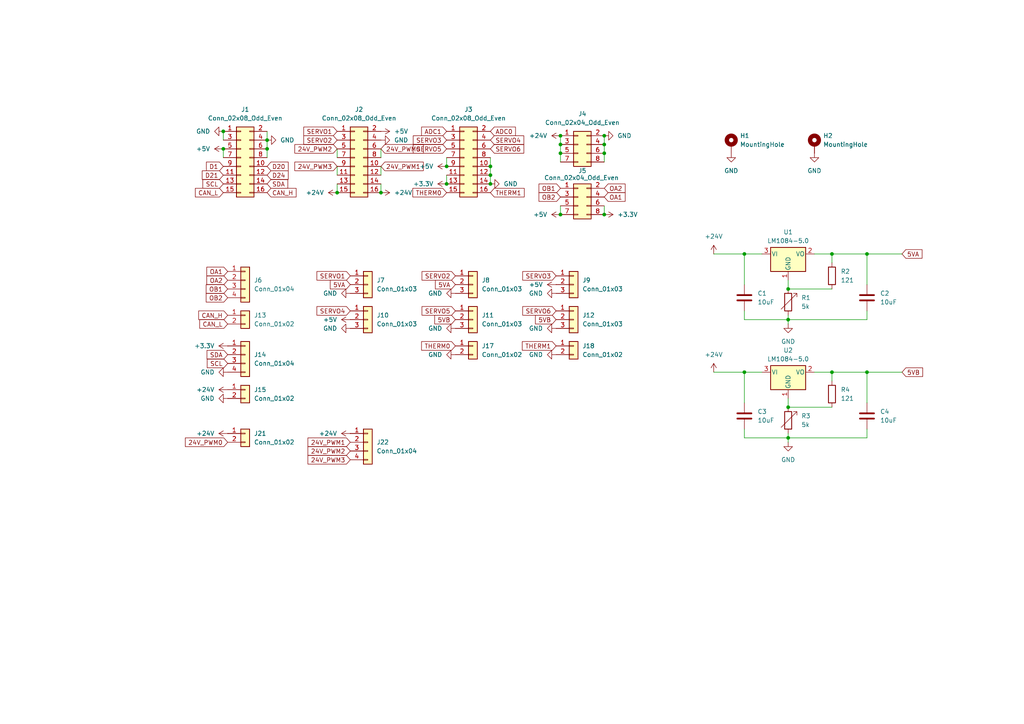
<source format=kicad_sch>
(kicad_sch (version 20231120) (generator "eeschema") (generator_version "8.0")
  (paper "A4")
  (lib_symbols
    (symbol "+3.3V_1" (power) (pin_numbers hide) (pin_names (offset 0) hide)
      (property "Value" "+3.3V" (at 0 3.556 0))
      (symbol "+3.3V_1_0_1"
        (polyline (pts (xy -0.762 1.27) (xy 0 2.54)))
        (polyline (pts (xy 0 0) (xy 0 2.54)))
        (polyline (pts (xy 0 2.54) (xy 0.762 1.27)))
      )
      (symbol "+3.3V_1_1_1"
        (pin power_in line (at 0 0 90) (length 0) (name "~") (number "1"))
      )
    )
    (symbol "Connector_Generic:Conn_01x02" (pin_names (offset 1.016) hide)
      (property "Reference" "J" (at 0 2.54 0))
      (property "Value" "Conn_01x02" (at 0 -5.08 0))
      (symbol "Conn_01x02_1_1"
        (rectangle (start -1.27 -2.413) (end 0 -2.667) (stroke (width 0.1524)))
        (rectangle (start -1.27 0.127) (end 0 -0.127) (stroke (width 0.1524)))
        (rectangle (start -1.27 1.27) (end 1.27 -3.81) (stroke (width 0.254)) (fill (type background)))
        (pin passive line (at -5.08 0 0) (length 3.81) (name "Pin_1") (number "1"))
        (pin passive line (at -5.08 -2.54 0) (length 3.81) (name "Pin_2") (number "2"))
      )
    )
    (symbol "Connector_Generic:Conn_01x03" (pin_names (offset 1.016) hide)
      (property "Reference" "J" (at 0 5.08 0))
      (property "Value" "Conn_01x03" (at 0 -5.08 0))
      (symbol "Conn_01x03_1_1"
        (rectangle (start -1.27 -2.413) (end 0 -2.667) (stroke (width 0.1524)))
        (rectangle (start -1.27 0.127) (end 0 -0.127) (stroke (width 0.1524)))
        (rectangle (start -1.27 2.667) (end 0 2.413) (stroke (width 0.1524)))
        (rectangle (start -1.27 3.81) (end 1.27 -3.81) (stroke (width 0.254)) (fill (type background)))
        (pin passive line (at -5.08 2.54 0) (length 3.81) (name "Pin_1") (number "1"))
        (pin passive line (at -5.08 0 0) (length 3.81) (name "Pin_2") (number "2"))
        (pin passive line (at -5.08 -2.54 0) (length 3.81) (name "Pin_3") (number "3"))
      )
    )
    (symbol "Connector_Generic:Conn_01x04" (pin_names (offset 1.016) hide)
      (property "Reference" "J" (at 0 5.08 0))
      (property "Value" "Conn_01x04" (at 0 -7.62 0))
      (symbol "Conn_01x04_1_1"
        (rectangle (start -1.27 -4.953) (end 0 -5.207) (stroke (width 0.1524)))
        (rectangle (start -1.27 -2.413) (end 0 -2.667) (stroke (width 0.1524)))
        (rectangle (start -1.27 0.127) (end 0 -0.127) (stroke (width 0.1524)))
        (rectangle (start -1.27 2.667) (end 0 2.413) (stroke (width 0.1524)))
        (rectangle (start -1.27 3.81) (end 1.27 -6.35) (stroke (width 0.254)) (fill (type background)))
        (pin passive line (at -5.08 2.54 0) (length 3.81) (name "Pin_1") (number "1"))
        (pin passive line (at -5.08 0 0) (length 3.81) (name "Pin_2") (number "2"))
        (pin passive line (at -5.08 -2.54 0) (length 3.81) (name "Pin_3") (number "3"))
        (pin passive line (at -5.08 -5.08 0) (length 3.81) (name "Pin_4") (number "4"))
      )
    )
    (symbol "Connector_Generic:Conn_02x04_Odd_Even" (pin_names (offset 1.016) hide)
      (property "Reference" "J" (at 1.27 5.08 0))
      (property "Value" "Conn_02x04_Odd_Even" (at 1.27 -7.62 0))
      (symbol "Conn_02x04_Odd_Even_1_1"
        (rectangle (start -1.27 -4.953) (end 0 -5.207) (stroke (width 0.1524)))
        (rectangle (start -1.27 -2.413) (end 0 -2.667) (stroke (width 0.1524)))
        (rectangle (start -1.27 0.127) (end 0 -0.127) (stroke (width 0.1524)))
        (rectangle (start -1.27 2.667) (end 0 2.413) (stroke (width 0.1524)))
        (rectangle (start -1.27 3.81) (end 3.81 -6.35) (stroke (width 0.254)) (fill (type background)))
        (rectangle (start 3.81 -4.953) (end 2.54 -5.207) (stroke (width 0.1524)))
        (rectangle (start 3.81 -2.413) (end 2.54 -2.667) (stroke (width 0.1524)))
        (rectangle (start 3.81 0.127) (end 2.54 -0.127) (stroke (width 0.1524)))
        (rectangle (start 3.81 2.667) (end 2.54 2.413) (stroke (width 0.1524)))
        (pin passive line (at -5.08 2.54 0) (length 3.81) (name "Pin_1") (number "1"))
        (pin passive line (at 7.62 2.54 180) (length 3.81) (name "Pin_2") (number "2"))
        (pin passive line (at -5.08 0 0) (length 3.81) (name "Pin_3") (number "3"))
        (pin passive line (at 7.62 0 180) (length 3.81) (name "Pin_4") (number "4"))
        (pin passive line (at -5.08 -2.54 0) (length 3.81) (name "Pin_5") (number "5"))
        (pin passive line (at 7.62 -2.54 180) (length 3.81) (name "Pin_6") (number "6"))
        (pin passive line (at -5.08 -5.08 0) (length 3.81) (name "Pin_7") (number "7"))
        (pin passive line (at 7.62 -5.08 180) (length 3.81) (name "Pin_8") (number "8"))
      )
    )
    (symbol "Connector_Generic:Conn_02x08_Odd_Even" (pin_names (offset 1.016) hide)
      (property "Reference" "J" (at 1.27 10.16 0))
      (property "Value" "Conn_02x08_Odd_Even" (at 1.27 -12.7 0))
      (symbol "Conn_02x08_Odd_Even_1_1"
        (rectangle (start -1.27 -10.033) (end 0 -10.287) (stroke (width 0.1524)))
        (rectangle (start -1.27 -7.493) (end 0 -7.747) (stroke (width 0.1524)))
        (rectangle (start -1.27 -4.953) (end 0 -5.207) (stroke (width 0.1524)))
        (rectangle (start -1.27 -2.413) (end 0 -2.667) (stroke (width 0.1524)))
        (rectangle (start -1.27 0.127) (end 0 -0.127) (stroke (width 0.1524)))
        (rectangle (start -1.27 2.667) (end 0 2.413) (stroke (width 0.1524)))
        (rectangle (start -1.27 5.207) (end 0 4.953) (stroke (width 0.1524)))
        (rectangle (start -1.27 7.747) (end 0 7.493) (stroke (width 0.1524)))
        (rectangle (start -1.27 8.89) (end 3.81 -11.43) (stroke (width 0.254)) (fill (type background)))
        (rectangle (start 3.81 -10.033) (end 2.54 -10.287) (stroke (width 0.1524)))
        (rectangle (start 3.81 -7.493) (end 2.54 -7.747) (stroke (width 0.1524)))
        (rectangle (start 3.81 -4.953) (end 2.54 -5.207) (stroke (width 0.1524)))
        (rectangle (start 3.81 -2.413) (end 2.54 -2.667) (stroke (width 0.1524)))
        (rectangle (start 3.81 0.127) (end 2.54 -0.127) (stroke (width 0.1524)))
        (rectangle (start 3.81 2.667) (end 2.54 2.413) (stroke (width 0.1524)))
        (rectangle (start 3.81 5.207) (end 2.54 4.953) (stroke (width 0.1524)))
        (rectangle (start 3.81 7.747) (end 2.54 7.493) (stroke (width 0.1524)))
        (pin passive line (at -5.08 7.62 0) (length 3.81) (name "Pin_1") (number "1"))
        (pin passive line (at 7.62 -2.54 180) (length 3.81) (name "Pin_10") (number "10"))
        (pin passive line (at -5.08 -5.08 0) (length 3.81) (name "Pin_11") (number "11"))
        (pin passive line (at 7.62 -5.08 180) (length 3.81) (name "Pin_12") (number "12"))
        (pin passive line (at -5.08 -7.62 0) (length 3.81) (name "Pin_13") (number "13"))
        (pin passive line (at 7.62 -7.62 180) (length 3.81) (name "Pin_14") (number "14"))
        (pin passive line (at -5.08 -10.16 0) (length 3.81) (name "Pin_15") (number "15"))
        (pin passive line (at 7.62 -10.16 180) (length 3.81) (name "Pin_16") (number "16"))
        (pin passive line (at 7.62 7.62 180) (length 3.81) (name "Pin_2") (number "2"))
        (pin passive line (at -5.08 5.08 0) (length 3.81) (name "Pin_3") (number "3"))
        (pin passive line (at 7.62 5.08 180) (length 3.81) (name "Pin_4") (number "4"))
        (pin passive line (at -5.08 2.54 0) (length 3.81) (name "Pin_5") (number "5"))
        (pin passive line (at 7.62 2.54 180) (length 3.81) (name "Pin_6") (number "6"))
        (pin passive line (at -5.08 0 0) (length 3.81) (name "Pin_7") (number "7"))
        (pin passive line (at 7.62 0 180) (length 3.81) (name "Pin_8") (number "8"))
        (pin passive line (at -5.08 -2.54 0) (length 3.81) (name "Pin_9") (number "9"))
      )
    )
    (symbol "Device:C" (pin_numbers hide) (pin_names (offset 0.254))
      (property "Reference" "C" (at 0.635 2.54 0))
      (property "Value" "C" (at 0.635 -2.54 0))
      (symbol "C_0_1"
        (polyline (pts (xy -2.032 -0.762) (xy 2.032 -0.762)) (stroke (width 0.508)))
        (polyline (pts (xy -2.032 0.762) (xy 2.032 0.762)) (stroke (width 0.508)))
      )
      (symbol "C_1_1"
        (pin passive line (at 0 3.81 270) (length 2.794) (name "~") (number "1"))
        (pin passive line (at 0 -3.81 90) (length 2.794) (name "~") (number "2"))
      )
    )
    (symbol "Device:R" (pin_numbers hide) (pin_names (offset 0))
      (property "Reference" "R" (at 2.032 0 90))
      (property "Value" "R" (at 0 0 90))
      (symbol "R_0_1"
        (rectangle (start -1.016 -2.54) (end 1.016 2.54) (stroke (width 0.254)))
      )
      (symbol "R_1_1"
        (pin passive line (at 0 3.81 270) (length 1.27) (name "~") (number "1"))
        (pin passive line (at 0 -3.81 90) (length 1.27) (name "~") (number "2"))
      )
    )
    (symbol "Device:R_Variable" (pin_numbers hide) (pin_names (offset 0))
      (property "Reference" "R" (at 2.54 -2.54 90))
      (property "Value" "R_Variable" (at -2.54 -1.27 90))
      (symbol "R_Variable_0_1"
        (rectangle (start -1.016 -2.54) (end 1.016 2.54) (stroke (width 0.254)))
        (polyline (pts (xy 2.54 1.524) (xy 2.54 2.54) (xy 1.524 2.54) (xy 2.54 2.54) (xy -2.032 -2.032)))
      )
      (symbol "R_Variable_1_1"
        (pin passive line (at 0 3.81 270) (length 1.27) (name "~") (number "1"))
        (pin passive line (at 0 -3.81 90) (length 1.27) (name "~") (number "2"))
      )
    )
    (symbol "GND_1" (power) (pin_numbers hide) (pin_names (offset 0) hide)
      (property "Value" "GND" (at 0 -3.81 0))
      (symbol "GND_1_0_1"
        (polyline (pts (xy 0 0) (xy 0 -1.27) (xy 1.27 -1.27) (xy 0 -2.54) (xy -1.27 -1.27) (xy 0 -1.27)))
      )
      (symbol "GND_1_1_1"
        (pin power_in line (at 0 0 270) (length 0) (name "~") (number "1"))
      )
    )
    (symbol "Mechanical:MountingHole_Pad" (pin_numbers hide) (pin_names (offset 1.016) hide)
      (property "Reference" "H" (at 0 6.35 0))
      (property "Value" "MountingHole_Pad" (at 0 4.445 0))
      (symbol "MountingHole_Pad_0_1"
        (circle (center 0 1.27) (radius 1.27) (stroke (width 1.27)))
      )
      (symbol "MountingHole_Pad_1_1"
        (pin input line (at 0 -2.54 90) (length 2.54) (name "1") (number "1"))
      )
    )
    (symbol "Regulator_Linear:LM1084-5.0" (pin_names (offset 0.254))
      (property "Reference" "U" (at -3.81 3.175 0))
      (property "Value" "LM1084-5.0" (at 0 3.175 0))
      (symbol "LM1084-5.0_0_1"
        (rectangle (start -5.08 1.905) (end 5.08 -5.08) (stroke (width 0.254)) (fill (type background)))
      )
      (symbol "LM1084-5.0_1_1"
        (pin power_in line (at 0 -7.62 90) (length 2.54) (name "GND") (number "1"))
        (pin power_out line (at 7.62 0 180) (length 2.54) (name "VO") (number "2"))
        (pin power_in line (at -7.62 0 0) (length 2.54) (name "VI") (number "3"))
      )
    )
    (symbol "power:+24V" (power) (pin_numbers hide) (pin_names (offset 0) hide)
      (property "Value" "+24V" (at 0 3.556 0))
      (symbol "+24V_0_1"
        (polyline (pts (xy -0.762 1.27) (xy 0 2.54)))
        (polyline (pts (xy 0 0) (xy 0 2.54)))
        (polyline (pts (xy 0 2.54) (xy 0.762 1.27)))
      )
      (symbol "+24V_1_1"
        (pin power_in line (at 0 0 90) (length 0) (name "~") (number "1"))
      )
    )
    (symbol "power:+5V" (power) (pin_numbers hide) (pin_names (offset 0) hide)
      (property "Value" "+5V" (at 0 3.556 0))
      (symbol "+5V_0_1"
        (polyline (pts (xy -0.762 1.27) (xy 0 2.54)))
        (polyline (pts (xy 0 0) (xy 0 2.54)))
        (polyline (pts (xy 0 2.54) (xy 0.762 1.27)))
      )
      (symbol "+5V_1_1"
        (pin power_in line (at 0 0 90) (length 0) (name "~") (number "1"))
      )
    )
    (symbol "power:GND" (power) (pin_names (offset 0))
      (property "Value" "GND" (at 0 -3.81 0))
      (symbol "GND_0_1"
        (polyline (pts (xy 0 0) (xy 0 -1.27) (xy 1.27 -1.27) (xy 0 -2.54) (xy -1.27 -1.27) (xy 0 -1.27)))
      )
      (symbol "GND_1_1"
        (pin power_in line (at 0 0 270) (length 0) hide (name "GND") (number "1"))
      )
    )
  )
  (junction (at 215.9 73.66))
  (junction (at 64.77 43.18))
  (junction (at 228.6 92.71))
  (junction (at 142.24 48.26))
  (junction (at 129.54 48.26))
  (junction (at 251.46 73.66))
  (junction (at 175.26 39.37))
  (junction (at 228.6 118.11))
  (junction (at 241.3 107.95))
  (junction (at 77.47 43.18))
  (junction (at 175.26 62.23))
  (junction (at 142.24 53.34))
  (junction (at 77.47 40.64))
  (junction (at 142.24 50.8))
  (junction (at 110.49 55.88))
  (junction (at 175.26 41.91))
  (junction (at 175.26 44.45))
  (junction (at 162.56 44.45))
  (junction (at 228.6 83.82))
  (junction (at 162.56 39.37))
  (junction (at 162.56 62.23))
  (junction (at 129.54 53.34))
  (junction (at 241.3 73.66))
  (junction (at 215.9 107.95))
  (junction (at 64.77 38.1))
  (junction (at 97.79 55.88))
  (junction (at 162.56 41.91))
  (junction (at 251.46 107.95))
  (junction (at 228.6 127))
  (wire (pts (xy 215.9 124.46) (xy 215.9 127)))
  (wire (pts (xy 241.3 107.95) (xy 251.46 107.95)))
  (wire (pts (xy 175.26 44.45) (xy 175.26 46.99)))
  (wire (pts (xy 97.79 53.34) (xy 97.79 55.88)))
  (wire (pts (xy 215.9 107.95) (xy 220.98 107.95)))
  (wire (pts (xy 251.46 73.66) (xy 261.62 73.66)))
  (wire (pts (xy 162.56 59.69) (xy 162.56 62.23)))
  (wire (pts (xy 228.6 118.11) (xy 241.3 118.11)))
  (wire (pts (xy 228.6 81.28) (xy 228.6 83.82)))
  (wire (pts (xy 215.9 73.66) (xy 220.98 73.66)))
  (wire (pts (xy 228.6 91.44) (xy 228.6 92.71)))
  (wire (pts (xy 97.79 43.18) (xy 97.79 45.72)))
  (wire (pts (xy 110.49 53.34) (xy 110.49 55.88)))
  (wire (pts (xy 241.3 73.66) (xy 241.3 76.2)))
  (wire (pts (xy 97.79 48.26) (xy 97.79 50.8)))
  (wire (pts (xy 215.9 92.71) (xy 228.6 92.71)))
  (wire (pts (xy 110.49 48.26) (xy 110.49 50.8)))
  (wire (pts (xy 175.26 59.69) (xy 175.26 62.23)))
  (wire (pts (xy 215.9 73.66) (xy 215.9 82.55)))
  (wire (pts (xy 175.26 41.91) (xy 175.26 44.45)))
  (wire (pts (xy 215.9 127) (xy 228.6 127)))
  (wire (pts (xy 77.47 38.1) (xy 77.47 40.64)))
  (wire (pts (xy 207.01 73.66) (xy 215.9 73.66)))
  (wire (pts (xy 251.46 127) (xy 228.6 127)))
  (wire (pts (xy 228.6 125.73) (xy 228.6 127)))
  (wire (pts (xy 215.9 90.17) (xy 215.9 92.71)))
  (wire (pts (xy 251.46 90.17) (xy 251.46 92.71)))
  (wire (pts (xy 64.77 43.18) (xy 64.77 45.72)))
  (wire (pts (xy 241.3 107.95) (xy 241.3 110.49)))
  (wire (pts (xy 142.24 50.8) (xy 142.24 53.34)))
  (wire (pts (xy 129.54 50.8) (xy 129.54 53.34)))
  (wire (pts (xy 251.46 116.84) (xy 251.46 107.95)))
  (wire (pts (xy 241.3 73.66) (xy 236.22 73.66)))
  (wire (pts (xy 162.56 44.45) (xy 162.56 46.99)))
  (wire (pts (xy 142.24 45.72) (xy 142.24 48.26)))
  (wire (pts (xy 162.56 39.37) (xy 162.56 41.91)))
  (wire (pts (xy 228.6 83.82) (xy 241.3 83.82)))
  (wire (pts (xy 162.56 41.91) (xy 162.56 44.45)))
  (wire (pts (xy 129.54 45.72) (xy 129.54 48.26)))
  (wire (pts (xy 251.46 107.95) (xy 261.62 107.95)))
  (wire (pts (xy 77.47 43.18) (xy 77.47 45.72)))
  (wire (pts (xy 64.77 38.1) (xy 64.77 40.64)))
  (wire (pts (xy 175.26 39.37) (xy 175.26 41.91)))
  (wire (pts (xy 241.3 73.66) (xy 251.46 73.66)))
  (wire (pts (xy 215.9 107.95) (xy 215.9 116.84)))
  (wire (pts (xy 228.6 92.71) (xy 228.6 93.98)))
  (wire (pts (xy 241.3 107.95) (xy 236.22 107.95)))
  (wire (pts (xy 251.46 92.71) (xy 228.6 92.71)))
  (wire (pts (xy 110.49 43.18) (xy 110.49 45.72)))
  (wire (pts (xy 142.24 48.26) (xy 142.24 50.8)))
  (wire (pts (xy 207.01 107.95) (xy 215.9 107.95)))
  (wire (pts (xy 228.6 127) (xy 228.6 128.27)))
  (wire (pts (xy 77.47 40.64) (xy 77.47 43.18)))
  (wire (pts (xy 228.6 115.57) (xy 228.6 118.11)))
  (wire (pts (xy 251.46 82.55) (xy 251.46 73.66)))
  (wire (pts (xy 251.46 124.46) (xy 251.46 127)))
  (global_label "SERVO1" (shape input) (at 101.6 80.01 180) (property "Intersheetrefs" "${INTERSHEET_REFS}" (effects (hide yes))))
  (global_label "OB1" (shape input) (at 66.04 83.82 180) (property "Intersheetrefs" "${INTERSHEET_REFS}" (effects (hide yes))))
  (global_label "SCL" (shape input) (at 64.77 53.34 180) (property "Intersheetrefs" "${INTERSHEET_REFS}" (effects (hide yes))))
  (global_label "SDA" (shape input) (at 77.47 53.34 0) (property "Intersheetrefs" "${INTERSHEET_REFS}" (effects (hide yes))))
  (global_label "SERVO6" (shape input) (at 142.24 43.18 0) (property "Intersheetrefs" "${INTERSHEET_REFS}" (effects (hide yes))))
  (global_label "OB2" (shape input) (at 162.56 57.15 180) (property "Intersheetrefs" "${INTERSHEET_REFS}" (effects (hide yes))))
  (global_label "SERVO1" (shape input) (at 97.79 38.1 180) (property "Intersheetrefs" "${INTERSHEET_REFS}" (effects (hide yes))))
  (global_label "5VB" (shape input) (at 132.08 92.71 180) (property "Intersheetrefs" "${INTERSHEET_REFS}" (effects (hide yes))))
  (global_label "CAN_L" (shape input) (at 64.77 55.88 180) (property "Intersheetrefs" "${INTERSHEET_REFS}" (effects (hide yes))))
  (global_label "5VA" (shape input) (at 261.62 73.66 0) (property "Intersheetrefs" "${INTERSHEET_REFS}" (effects (hide yes))))
  (global_label "ADC1" (shape input) (at 129.54 38.1 180) (property "Intersheetrefs" "${INTERSHEET_REFS}" (effects (hide yes))))
  (global_label "OB1" (shape input) (at 162.56 54.61 180) (property "Intersheetrefs" "${INTERSHEET_REFS}" (effects (hide yes))))
  (global_label "24V_PWM3" (shape input) (at 101.6 133.35 180) (property "Intersheetrefs" "${INTERSHEET_REFS}" (effects (hide yes))))
  (global_label "SERVO5" (shape input) (at 132.08 90.17 180) (property "Intersheetrefs" "${INTERSHEET_REFS}" (effects (hide yes))))
  (global_label "SERVO4" (shape input) (at 101.6 90.17 180) (property "Intersheetrefs" "${INTERSHEET_REFS}" (effects (hide yes))))
  (global_label "CAN_L" (shape input) (at 66.04 93.98 180) (property "Intersheetrefs" "${INTERSHEET_REFS}" (effects (hide yes))))
  (global_label "ADC0" (shape input) (at 142.24 38.1 0) (property "Intersheetrefs" "${INTERSHEET_REFS}" (effects (hide yes))))
  (global_label "D21" (shape input) (at 64.77 50.8 180) (property "Intersheetrefs" "${INTERSHEET_REFS}" (effects (hide yes))))
  (global_label "24V_PWM1" (shape input) (at 101.6 128.27 180) (property "Intersheetrefs" "${INTERSHEET_REFS}" (effects (hide yes))))
  (global_label "SDA" (shape input) (at 66.04 102.87 180) (property "Intersheetrefs" "${INTERSHEET_REFS}" (effects (hide yes))))
  (global_label "THERM0" (shape input) (at 129.54 55.88 180) (property "Intersheetrefs" "${INTERSHEET_REFS}" (effects (hide yes))))
  (global_label "THERM1" (shape input) (at 142.24 55.88 0) (property "Intersheetrefs" "${INTERSHEET_REFS}" (effects (hide yes))))
  (global_label "SERVO2" (shape input) (at 97.79 40.64 180) (property "Intersheetrefs" "${INTERSHEET_REFS}" (effects (hide yes))))
  (global_label "24V_PWM2" (shape input) (at 101.6 130.81 180) (property "Intersheetrefs" "${INTERSHEET_REFS}" (effects (hide yes))))
  (global_label "OB2" (shape input) (at 66.04 86.36 180) (property "Intersheetrefs" "${INTERSHEET_REFS}" (effects (hide yes))))
  (global_label "SCL" (shape input) (at 66.04 105.41 180) (property "Intersheetrefs" "${INTERSHEET_REFS}" (effects (hide yes))))
  (global_label "D24" (shape input) (at 77.47 50.8 0) (property "Intersheetrefs" "${INTERSHEET_REFS}" (effects (hide yes))))
  (global_label "OA2" (shape input) (at 175.26 54.61 0) (property "Intersheetrefs" "${INTERSHEET_REFS}" (effects (hide yes))))
  (global_label "OA2" (shape input) (at 66.04 81.28 180) (property "Intersheetrefs" "${INTERSHEET_REFS}" (effects (hide yes))))
  (global_label "THERM1" (shape input) (at 161.29 100.33 180) (property "Intersheetrefs" "${INTERSHEET_REFS}" (effects (hide yes))))
  (global_label "24V_PWM0" (shape input) (at 66.04 128.27 180) (property "Intersheetrefs" "${INTERSHEET_REFS}" (effects (hide yes))))
  (global_label "D1" (shape input) (at 64.77 48.26 180) (property "Intersheetrefs" "${INTERSHEET_REFS}" (effects (hide yes))))
  (global_label "5VB" (shape input) (at 261.62 107.95 0) (property "Intersheetrefs" "${INTERSHEET_REFS}" (effects (hide yes))))
  (global_label "SERVO6" (shape input) (at 161.29 90.17 180) (property "Intersheetrefs" "${INTERSHEET_REFS}" (effects (hide yes))))
  (global_label "24V_PWM3" (shape input) (at 97.79 48.26 180) (property "Intersheetrefs" "${INTERSHEET_REFS}" (effects (hide yes))))
  (global_label "24V_PWM2" (shape input) (at 97.79 43.18 180) (property "Intersheetrefs" "${INTERSHEET_REFS}" (effects (hide yes))))
  (global_label "SERVO3" (shape input) (at 129.54 40.64 180) (property "Intersheetrefs" "${INTERSHEET_REFS}" (effects (hide yes))))
  (global_label "SERVO4" (shape input) (at 142.24 40.64 0) (property "Intersheetrefs" "${INTERSHEET_REFS}" (effects (hide yes))))
  (global_label "OA1" (shape input) (at 175.26 57.15 0) (property "Intersheetrefs" "${INTERSHEET_REFS}" (effects (hide yes))))
  (global_label "SERVO3" (shape input) (at 161.29 80.01 180) (property "Intersheetrefs" "${INTERSHEET_REFS}" (effects (hide yes))))
  (global_label "CAN_H" (shape input) (at 77.47 55.88 0) (property "Intersheetrefs" "${INTERSHEET_REFS}" (effects (hide yes))))
  (global_label "24V_PWM0" (shape input) (at 110.49 43.18 0) (property "Intersheetrefs" "${INTERSHEET_REFS}" (effects (hide yes))))
  (global_label "OA1" (shape input) (at 66.04 78.74 180) (property "Intersheetrefs" "${INTERSHEET_REFS}" (effects (hide yes))))
  (global_label "CAN_H" (shape input) (at 66.04 91.44 180) (property "Intersheetrefs" "${INTERSHEET_REFS}" (effects (hide yes))))
  (global_label "5VA" (shape input) (at 132.08 82.55 180) (property "Intersheetrefs" "${INTERSHEET_REFS}" (effects (hide yes))))
  (global_label "THERM0" (shape input) (at 132.08 100.33 180) (property "Intersheetrefs" "${INTERSHEET_REFS}" (effects (hide yes))))
  (global_label "SERVO2" (shape input) (at 132.08 80.01 180) (property "Intersheetrefs" "${INTERSHEET_REFS}" (effects (hide yes))))
  (global_label "SERVO5" (shape input) (at 129.54 43.18 180) (property "Intersheetrefs" "${INTERSHEET_REFS}" (effects (hide yes))))
  (global_label "24V_PWM1" (shape input) (at 110.49 48.26 0) (property "Intersheetrefs" "${INTERSHEET_REFS}" (effects (hide yes))))
  (global_label "D20" (shape input) (at 77.47 48.26 0) (property "Intersheetrefs" "${INTERSHEET_REFS}" (effects (hide yes))))
  (global_label "5VA" (shape input) (at 101.6 82.55 180) (property "Intersheetrefs" "${INTERSHEET_REFS}" (effects (hide yes))))
  (global_label "5VB" (shape input) (at 161.29 92.71 180) (property "Intersheetrefs" "${INTERSHEET_REFS}" (effects (hide yes))))
  (symbol (lib_id "power:GND") (at 132.08 102.87 270) (unit 1)
    (property "Reference" "#PWR035" (effects (hide yes)))
    (property "Value" "GND" (at 128.27 102.8699 90) (effects (justify right)))
  )
  (symbol (lib_id "Connector_Generic:Conn_02x04_Odd_Even") (at 167.64 41.91 0) (unit 1)
    (property "Reference" "J4" (at 168.91 33.02 0))
    (property "Value" "Conn_02x04_Odd_Even" (at 168.91 35.56 0))
    (property "Footprint" "Connector_PinHeader_2.54mm:PinHeader_2x04_P2.54mm_Vertical" (effects (hide yes)))
    (property "Description" "Generic connector, double row, 02x04, odd/even pin numbering scheme (row 1 odd numbers, row 2 even numbers), script generated (kicad-library-utils/schlib/autogen/connector/)" (effects (hide yes)))
  )
  (symbol (lib_id "power:GND") (at 77.47 40.64 90) (unit 1)
    (property "Reference" "#PWR03" (effects (hide yes)))
    (property "Value" "GND" (at 81.28 40.6399 90) (effects (justify right)))
  )
  (symbol (lib_id "Connector_Generic:Conn_01x02") (at 71.12 125.73 0) (unit 1)
    (property "Reference" "J21" (at 73.66 125.7299 0) (effects (justify left)))
    (property "Value" "Conn_01x02" (at 73.66 128.2699 0) (effects (justify left)))
    (property "Footprint" "Connector_AMASS:AMASS_XT30U-F_1x02_P5.0mm_Vertical" (effects (hide yes)))
    (property "Description" "Generic connector, single row, 01x02, script generated (kicad-library-utils/schlib/autogen/connector/)" (effects (hide yes)))
  )
  (symbol (lib_id "Device:C") (at 251.46 120.65 0) (unit 1)
    (property "Reference" "C4" (at 255.27 119.3799 0) (effects (justify left)))
    (property "Value" "10uF" (at 255.27 121.9199 0) (effects (justify left)))
    (property "Footprint" "Capacitor_SMD:C_0805_2012Metric_Pad1.18x1.45mm_HandSolder" (effects (hide yes)))
    (property "Description" "Unpolarized capacitor" (effects (hide yes)))
  )
  (symbol (lib_id "Device:C") (at 251.46 86.36 0) (unit 1)
    (property "Reference" "C2" (at 255.27 85.0899 0) (effects (justify left)))
    (property "Value" "10uF" (at 255.27 87.6299 0) (effects (justify left)))
    (property "Footprint" "Capacitor_SMD:C_0805_2012Metric_Pad1.18x1.45mm_HandSolder" (effects (hide yes)))
    (property "Description" "Unpolarized capacitor" (effects (hide yes)))
  )
  (symbol (lib_id "Device:C") (at 215.9 120.65 0) (unit 1)
    (property "Reference" "C3" (at 219.71 119.3799 0) (effects (justify left)))
    (property "Value" "10uF" (at 219.71 121.9199 0) (effects (justify left)))
    (property "Footprint" "Capacitor_SMD:C_0805_2012Metric_Pad1.18x1.45mm_HandSolder" (effects (hide yes)))
    (property "Description" "Unpolarized capacitor" (effects (hide yes)))
  )
  (symbol (lib_id "Connector_Generic:Conn_02x08_Odd_Even") (at 69.85 45.72 0) (unit 1)
    (property "Reference" "J1" (at 71.12 31.75 0))
    (property "Value" "Conn_02x08_Odd_Even" (at 71.12 34.29 0))
    (property "Footprint" "Connector_PinHeader_2.54mm:PinHeader_2x08_P2.54mm_Vertical" (effects (hide yes)))
    (property "Description" "Generic connector, double row, 02x08, odd/even pin numbering scheme (row 1 odd numbers, row 2 even numbers), script generated (kicad-library-utils/schlib/autogen/connector/)" (effects (hide yes)))
  )
  (symbol (lib_id "power:+5V") (at 162.56 62.23 90) (unit 1)
    (property "Reference" "#PWR012" (effects (hide yes)))
    (property "Value" "+5V" (at 158.75 62.2299 90) (effects (justify left)))
    (property "Description" "Power symbol creates a global label with name \"+5V\"" (effects (hide yes)))
  )
  (symbol (lib_id "power:GND") (at 236.22 44.45 0) (unit 1)
    (property "Reference" "#PWR016" (effects (hide yes)))
    (property "Value" "GND" (at 236.22 49.53 0))
  )
  (symbol (lib_id "Connector_Generic:Conn_02x04_Odd_Even") (at 167.64 57.15 0) (unit 1)
    (property "Reference" "J5" (at 168.91 49.53 0))
    (property "Value" "Conn_02x04_Odd_Even" (at 168.656 51.562 0))
    (property "Footprint" "Connector_PinHeader_2.54mm:PinHeader_2x04_P2.54mm_Vertical" (effects (hide yes)))
    (property "Description" "Generic connector, double row, 02x04, odd/even pin numbering scheme (row 1 odd numbers, row 2 even numbers), script generated (kicad-library-utils/schlib/autogen/connector/)" (effects (hide yes)))
  )
  (symbol (lib_id "Connector_Generic:Conn_01x03") (at 106.68 92.71 0) (unit 1)
    (property "Reference" "J10" (at 109.22 91.4399 0) (effects (justify left)))
    (property "Value" "Conn_01x03" (at 109.22 93.9799 0) (effects (justify left)))
    (property "Footprint" "Connector_PinHeader_2.54mm:PinHeader_1x03_P2.54mm_Vertical" (effects (hide yes)))
    (property "Description" "Generic connector, single row, 01x03, script generated (kicad-library-utils/schlib/autogen/connector/)" (effects (hide yes)))
  )
  (symbol (lib_id "power:+24V") (at 97.79 55.88 90) (unit 1)
    (property "Reference" "#PWR04" (effects (hide yes)))
    (property "Value" "+24V" (at 93.98 55.8801 90) (effects (justify left)))
    (property "Description" "Power symbol creates a global label with name \"+24V\"" (effects (hide yes)))
  )
  (symbol (lib_id "Connector_Generic:Conn_01x04") (at 106.68 128.27 0) (unit 1)
    (property "Reference" "J22" (at 109.22 128.2699 0) (effects (justify left)))
    (property "Value" "Conn_01x04" (at 109.22 130.8099 0) (effects (justify left)))
    (property "Footprint" "Connector_JST:JST_XH_B4B-XH-A_1x04_P2.50mm_Vertical" (effects (hide yes)))
    (property "Description" "Generic connector, single row, 01x04, script generated (kicad-library-utils/schlib/autogen/connector/)" (effects (hide yes)))
  )
  (symbol (lib_id "power:GND") (at 142.24 53.34 90) (unit 1)
    (property "Reference" "#PWR010" (effects (hide yes)))
    (property "Value" "GND" (at 146.05 53.3399 90) (effects (justify right)))
  )
  (symbol (lib_id "power:GND") (at 161.29 102.87 270) (unit 1)
    (property "Reference" "#PWR036" (effects (hide yes)))
    (property "Value" "GND" (at 157.48 102.8699 90) (effects (justify right)))
  )
  (symbol (lib_id "Connector_Generic:Conn_01x02") (at 71.12 91.44 0) (unit 1)
    (property "Reference" "J13" (at 73.66 91.4399 0) (effects (justify left)))
    (property "Value" "Conn_01x02" (at 73.66 93.9799 0) (effects (justify left)))
    (property "Footprint" "Connector_JST:JST_PH_B2B-PH-K_1x02_P2.00mm_Vertical" (effects (hide yes)))
    (property "Description" "Generic connector, single row, 01x02, script generated (kicad-library-utils/schlib/autogen/connector/)" (effects (hide yes)))
  )
  (symbol (lib_id "power:+5V") (at 101.6 92.71 90) (unit 1)
    (property "Reference" "#PWR023" (effects (hide yes)))
    (property "Value" "+5V" (at 97.79 92.7099 90) (effects (justify left)))
    (property "Description" "Power symbol creates a global label with name \"+5V\"" (effects (hide yes)))
  )
  (symbol (lib_id "power:GND") (at 66.04 115.57 270) (unit 1)
    (property "Reference" "#PWR032" (effects (hide yes)))
    (property "Value" "GND" (at 62.23 115.5699 90) (effects (justify right)))
  )
  (symbol (lib_id "Regulator_Linear:LM1084-5.0") (at 228.6 107.95 0) (unit 1)
    (property "Reference" "U2" (at 228.6 101.6 0))
    (property "Value" "LM1084-5.0" (at 228.6 104.14 0))
    (property "Footprint" "Package_TO_SOT_SMD:TO-263-3_TabPin2" (effects (hide yes)))
    (property "Datasheet" "http://www.ti.com/lit/ds/symlink/lm1084.pdf" (effects (hide yes)))
    (property "Description" "5A 27V Linear Regulator, Fixed Output 5.0V, TO-220/TO-263" (effects (hide yes)))
  )
  (symbol (lib_id "power:GND") (at 101.6 95.25 270) (unit 1)
    (property "Reference" "#PWR024" (effects (hide yes)))
    (property "Value" "GND" (at 97.79 95.2499 90) (effects (justify right)))
  )
  (symbol (lib_id "Connector_Generic:Conn_01x02") (at 137.16 100.33 0) (unit 1)
    (property "Reference" "J17" (at 139.7 100.3299 0) (effects (justify left)))
    (property "Value" "Conn_01x02" (at 139.7 102.8699 0) (effects (justify left)))
    (property "Footprint" "Connector_JST:JST_XH_B2B-XH-A_1x02_P2.50mm_Vertical" (effects (hide yes)))
    (property "Description" "Generic connector, single row, 01x02, script generated (kicad-library-utils/schlib/autogen/connector/)" (effects (hide yes)))
  )
  (symbol (lib_id "power:GND") (at 161.29 85.09 270) (unit 1)
    (property "Reference" "#PWR022" (effects (hide yes)))
    (property "Value" "GND" (at 157.48 85.0899 90) (effects (justify right)))
  )
  (symbol (lib_id "power:+5V") (at 161.29 82.55 90) (unit 1)
    (property "Reference" "#PWR021" (effects (hide yes)))
    (property "Value" "+5V" (at 157.48 82.5499 90) (effects (justify left)))
    (property "Description" "Power symbol creates a global label with name \"+5V\"" (effects (hide yes)))
  )
  (symbol (lib_id "Device:R_Variable") (at 228.6 121.92 0) (unit 1)
    (property "Reference" "R3" (at 232.41 120.6499 0) (effects (justify left)))
    (property "Value" "5k" (at 232.41 123.1899 0) (effects (justify left)))
    (property "Footprint" "Potentiometer_SMD:Potentiometer_Bourns_TC33X_Vertical" (effects (hide yes)))
    (property "Description" "Variable resistor" (effects (hide yes)))
  )
  (symbol (lib_id "Regulator_Linear:LM1084-5.0") (at 228.6 73.66 0) (unit 1)
    (property "Reference" "U1" (at 228.6 67.31 0))
    (property "Value" "LM1084-5.0" (at 228.6 69.85 0))
    (property "Footprint" "Package_TO_SOT_SMD:TO-263-3_TabPin2" (effects (hide yes)))
    (property "Datasheet" "http://www.ti.com/lit/ds/symlink/lm1084.pdf" (effects (hide yes)))
    (property "Description" "5A 27V Linear Regulator, Fixed Output 5.0V, TO-220/TO-263" (effects (hide yes)))
  )
  (symbol (lib_id "power:+24V") (at 66.04 113.03 90) (unit 1)
    (property "Reference" "#PWR031" (effects (hide yes)))
    (property "Value" "+24V" (at 62.23 113.0301 90) (effects (justify left)))
    (property "Description" "Power symbol creates a global label with name \"+24V\"" (effects (hide yes)))
  )
  (symbol (lib_id "Connector_Generic:Conn_01x03") (at 166.37 92.71 0) (unit 1)
    (property "Reference" "J12" (at 168.91 91.4399 0) (effects (justify left)))
    (property "Value" "Conn_01x03" (at 168.91 93.9799 0) (effects (justify left)))
    (property "Footprint" "Connector_PinHeader_2.54mm:PinHeader_1x03_P2.54mm_Vertical" (effects (hide yes)))
    (property "Description" "Generic connector, single row, 01x03, script generated (kicad-library-utils/schlib/autogen/connector/)" (effects (hide yes)))
  )
  (symbol (lib_id "Mechanical:MountingHole_Pad") (at 236.22 41.91 0) (unit 1)
    (property "Reference" "H2" (at 238.76 39.3699 0) (effects (justify left)))
    (property "Value" "MountingHole" (at 238.76 41.9099 0) (effects (justify left)))
    (property "Footprint" "MountingHole:MountingHole_3.2mm_M3_DIN965_Pad" (effects (hide yes)))
    (property "Description" "Mounting Hole with connection" (effects (hide yes)))
  )
  (symbol (lib_id "Device:C") (at 215.9 86.36 0) (unit 1)
    (property "Reference" "C1" (at 219.71 85.0899 0) (effects (justify left)))
    (property "Value" "10uF" (at 219.71 87.6299 0) (effects (justify left)))
    (property "Footprint" "Capacitor_SMD:C_0805_2012Metric_Pad1.18x1.45mm_HandSolder" (effects (hide yes)))
    (property "Description" "Unpolarized capacitor" (effects (hide yes)))
  )
  (symbol (lib_id "Connector_Generic:Conn_02x08_Odd_Even") (at 134.62 45.72 0) (unit 1)
    (property "Reference" "J3" (at 135.89 31.75 0))
    (property "Value" "Conn_02x08_Odd_Even" (at 135.89 34.29 0))
    (property "Footprint" "Connector_PinHeader_2.54mm:PinHeader_2x08_P2.54mm_Vertical" (effects (hide yes)))
    (property "Description" "Generic connector, double row, 02x08, odd/even pin numbering scheme (row 1 odd numbers, row 2 even numbers), script generated (kicad-library-utils/schlib/autogen/connector/)" (effects (hide yes)))
  )
  (symbol (lib_id "Mechanical:MountingHole_Pad") (at 212.09 41.91 0) (unit 1)
    (property "Reference" "H1" (at 214.63 39.3699 0) (effects (justify left)))
    (property "Value" "MountingHole" (at 214.63 41.9099 0) (effects (justify left)))
    (property "Footprint" "MountingHole:MountingHole_3.2mm_M3_DIN965_Pad" (effects (hide yes)))
    (property "Description" "Mounting Hole with connection" (effects (hide yes)))
  )
  (symbol (lib_id "power:+24V") (at 162.56 39.37 90) (unit 1)
    (property "Reference" "#PWR011" (effects (hide yes)))
    (property "Value" "+24V" (at 158.75 39.3701 90) (effects (justify left)))
    (property "Description" "Power symbol creates a global label with name \"+24V\"" (effects (hide yes)))
  )
  (symbol (lib_name "GND_1") (lib_id "power:GND") (at 228.6 128.27 0) (unit 1)
    (property "Reference" "#PWR019" (effects (hide yes)))
    (property "Value" "GND" (at 228.6 133.35 0))
    (property "Description" "Power symbol creates a global label with name \"GND\" , ground" (effects (hide yes)))
  )
  (symbol (lib_id "power:GND") (at 132.08 95.25 270) (unit 1)
    (property "Reference" "#PWR026" (effects (hide yes)))
    (property "Value" "GND" (at 128.27 95.2499 90) (effects (justify right)))
  )
  (symbol (lib_id "power:GND") (at 66.04 107.95 270) (unit 1)
    (property "Reference" "#PWR030" (effects (hide yes)))
    (property "Value" "GND" (at 62.23 107.9499 90) (effects (justify right)))
  )
  (symbol (lib_id "Connector_Generic:Conn_01x03") (at 166.37 82.55 0) (unit 1)
    (property "Reference" "J9" (at 168.91 81.2799 0) (effects (justify left)))
    (property "Value" "Conn_01x03" (at 168.91 83.8199 0) (effects (justify left)))
    (property "Footprint" "Connector_PinHeader_2.54mm:PinHeader_1x03_P2.54mm_Vertical" (effects (hide yes)))
    (property "Description" "Generic connector, single row, 01x03, script generated (kicad-library-utils/schlib/autogen/connector/)" (effects (hide yes)))
  )
  (symbol (lib_name "+3.3V_1") (lib_id "power:+3.3V") (at 66.04 100.33 90) (unit 1)
    (property "Reference" "#PWR029" (effects (hide yes)))
    (property "Value" "+3.3V" (at 62.23 100.3299 90) (effects (justify left)))
    (property "Description" "Power symbol creates a global label with name \"+3.3V\"" (effects (hide yes)))
  )
  (symbol (lib_id "Device:R_Variable") (at 228.6 87.63 0) (unit 1)
    (property "Reference" "R1" (at 232.41 86.3599 0) (effects (justify left)))
    (property "Value" "5k" (at 232.41 88.8999 0) (effects (justify left)))
    (property "Footprint" "Potentiometer_SMD:Potentiometer_Bourns_TC33X_Vertical" (effects (hide yes)))
    (property "Description" "Variable resistor" (effects (hide yes)))
  )
  (symbol (lib_id "Connector_Generic:Conn_01x03") (at 137.16 82.55 0) (unit 1)
    (property "Reference" "J8" (at 139.7 81.2799 0) (effects (justify left)))
    (property "Value" "Conn_01x03" (at 139.7 83.8199 0) (effects (justify left)))
    (property "Footprint" "Connector_PinHeader_2.54mm:PinHeader_1x03_P2.54mm_Vertical" (effects (hide yes)))
    (property "Description" "Generic connector, single row, 01x03, script generated (kicad-library-utils/schlib/autogen/connector/)" (effects (hide yes)))
  )
  (symbol (lib_name "GND_1") (lib_id "power:GND") (at 228.6 93.98 0) (unit 1)
    (property "Reference" "#PWR044" (effects (hide yes)))
    (property "Value" "GND" (at 228.6 99.06 0))
    (property "Description" "Power symbol creates a global label with name \"GND\" , ground" (effects (hide yes)))
  )
  (symbol (lib_id "power:+5V") (at 110.49 38.1 270) (unit 1)
    (property "Reference" "#PWR05" (effects (hide yes)))
    (property "Value" "+5V" (at 114.3 38.0999 90) (effects (justify left)))
    (property "Description" "Power symbol creates a global label with name \"+5V\"" (effects (hide yes)))
  )
  (symbol (lib_id "Connector_Generic:Conn_01x03") (at 137.16 92.71 0) (unit 1)
    (property "Reference" "J11" (at 139.7 91.4399 0) (effects (justify left)))
    (property "Value" "Conn_01x03" (at 139.7 93.9799 0) (effects (justify left)))
    (property "Footprint" "Connector_PinHeader_2.54mm:PinHeader_1x03_P2.54mm_Vertical" (effects (hide yes)))
    (property "Description" "Generic connector, single row, 01x03, script generated (kicad-library-utils/schlib/autogen/connector/)" (effects (hide yes)))
  )
  (symbol (lib_id "power:+24V") (at 101.6 125.73 90) (unit 1)
    (property "Reference" "#PWR042" (effects (hide yes)))
    (property "Value" "+24V" (at 97.79 125.7301 90) (effects (justify left)))
    (property "Description" "Power symbol creates a global label with name \"+24V\"" (effects (hide yes)))
  )
  (symbol (lib_id "power:GND") (at 64.77 38.1 270) (unit 1)
    (property "Reference" "#PWR01" (effects (hide yes)))
    (property "Value" "GND" (at 60.96 38.0999 90) (effects (justify right)))
  )
  (symbol (lib_id "Device:R") (at 241.3 80.01 0) (unit 1)
    (property "Reference" "R2" (at 243.84 78.7399 0) (effects (justify left)))
    (property "Value" "121" (at 243.84 81.2799 0) (effects (justify left)))
    (property "Footprint" "Resistor_SMD:R_0805_2012Metric_Pad1.20x1.40mm_HandSolder" (effects (hide yes)))
    (property "Description" "Resistor" (effects (hide yes)))
  )
  (symbol (lib_id "Connector_Generic:Conn_01x02") (at 71.12 113.03 0) (unit 1)
    (property "Reference" "J15" (at 73.66 113.0299 0) (effects (justify left)))
    (property "Value" "Conn_01x02" (at 73.66 115.5699 0) (effects (justify left)))
    (property "Footprint" "Connector_AMASS:AMASS_XT30U-F_1x02_P5.0mm_Vertical" (effects (hide yes)))
    (property "Description" "Generic connector, single row, 01x02, script generated (kicad-library-utils/schlib/autogen/connector/)" (effects (hide yes)))
  )
  (symbol (lib_id "Connector_Generic:Conn_01x03") (at 106.68 82.55 0) (unit 1)
    (property "Reference" "J7" (at 109.22 81.2799 0) (effects (justify left)))
    (property "Value" "Conn_01x03" (at 109.22 83.8199 0) (effects (justify left)))
    (property "Footprint" "Connector_PinHeader_2.54mm:PinHeader_1x03_P2.54mm_Vertical" (effects (hide yes)))
    (property "Description" "Generic connector, single row, 01x03, script generated (kicad-library-utils/schlib/autogen/connector/)" (effects (hide yes)))
  )
  (symbol (lib_id "power:+24V") (at 207.01 107.95 0) (unit 1)
    (property "Reference" "#PWR017" (effects (hide yes)))
    (property "Value" "+24V" (at 207.01 102.87 0))
    (property "Description" "Power symbol creates a global label with name \"+24V\"" (effects (hide yes)))
  )
  (symbol (lib_id "Connector_Generic:Conn_01x04") (at 71.12 102.87 0) (unit 1)
    (property "Reference" "J14" (at 73.66 102.8699 0) (effects (justify left)))
    (property "Value" "Conn_01x04" (at 73.66 105.4099 0) (effects (justify left)))
    (property "Footprint" "Connector_JST:JST_PH_B4B-PH-K_1x04_P2.00mm_Vertical" (effects (hide yes)))
    (property "Description" "Generic connector, single row, 01x04, script generated (kicad-library-utils/schlib/autogen/connector/)" (effects (hide yes)))
  )
  (symbol (lib_id "power:GND") (at 161.29 95.25 270) (unit 1)
    (property "Reference" "#PWR028" (effects (hide yes)))
    (property "Value" "GND" (at 157.48 95.2499 90) (effects (justify right)))
  )
  (symbol (lib_id "power:+24V") (at 207.01 73.66 0) (unit 1)
    (property "Reference" "#PWR043" (effects (hide yes)))
    (property "Value" "+24V" (at 207.01 68.58 0))
    (property "Description" "Power symbol creates a global label with name \"+24V\"" (effects (hide yes)))
  )
  (symbol (lib_id "power:GND") (at 101.6 85.09 270) (unit 1)
    (property "Reference" "#PWR018" (effects (hide yes)))
    (property "Value" "GND" (at 97.79 85.0899 90) (effects (justify right)))
  )
  (symbol (lib_name "+3.3V_1") (lib_id "power:+3.3V") (at 175.26 62.23 270) (unit 1)
    (property "Reference" "#PWR014" (effects (hide yes)))
    (property "Value" "+3.3V" (at 179.07 62.2299 90) (effects (justify left)))
    (property "Description" "Power symbol creates a global label with name \"+3.3V\"" (effects (hide yes)))
  )
  (symbol (lib_id "power:GND") (at 132.08 85.09 270) (unit 1)
    (property "Reference" "#PWR020" (effects (hide yes)))
    (property "Value" "GND" (at 128.27 85.0899 90) (effects (justify right)))
  )
  (symbol (lib_id "power:+24V") (at 110.49 55.88 270) (unit 1)
    (property "Reference" "#PWR07" (effects (hide yes)))
    (property "Value" "+24V" (at 114.3 55.8799 90) (effects (justify left)))
    (property "Description" "Power symbol creates a global label with name \"+24V\"" (effects (hide yes)))
  )
  (symbol (lib_id "power:GND") (at 175.26 39.37 90) (unit 1)
    (property "Reference" "#PWR013" (effects (hide yes)))
    (property "Value" "GND" (at 179.07 39.3699 90) (effects (justify right)))
  )
  (symbol (lib_id "power:+5V") (at 64.77 43.18 90) (unit 1)
    (property "Reference" "#PWR02" (effects (hide yes)))
    (property "Value" "+5V" (at 60.96 43.1799 90) (effects (justify left)))
    (property "Description" "Power symbol creates a global label with name \"+5V\"" (effects (hide yes)))
  )
  (symbol (lib_id "power:GND") (at 110.49 40.64 90) (unit 1)
    (property "Reference" "#PWR06" (effects (hide yes)))
    (property "Value" "GND" (at 114.3 40.6399 90) (effects (justify right)))
  )
  (symbol (lib_id "Device:R") (at 241.3 114.3 0) (unit 1)
    (property "Reference" "R4" (at 243.84 113.0299 0) (effects (justify left)))
    (property "Value" "121" (at 243.84 115.5699 0) (effects (justify left)))
    (property "Footprint" "Resistor_SMD:R_0805_2012Metric_Pad1.20x1.40mm_HandSolder" (effects (hide yes)))
    (property "Description" "Resistor" (effects (hide yes)))
  )
  (symbol (lib_id "Connector_Generic:Conn_02x08_Odd_Even") (at 102.87 45.72 0) (unit 1)
    (property "Reference" "J2" (at 104.14 31.75 0))
    (property "Value" "Conn_02x08_Odd_Even" (at 104.14 34.29 0))
    (property "Footprint" "Connector_PinHeader_2.54mm:PinHeader_2x08_P2.54mm_Vertical" (effects (hide yes)))
    (property "Description" "Generic connector, double row, 02x08, odd/even pin numbering scheme (row 1 odd numbers, row 2 even numbers), script generated (kicad-library-utils/schlib/autogen/connector/)" (effects (hide yes)))
  )
  (symbol (lib_id "Connector_Generic:Conn_01x04") (at 71.12 81.28 0) (unit 1)
    (property "Reference" "J6" (at 73.66 81.2799 0) (effects (justify left)))
    (property "Value" "Conn_01x04" (at 73.66 83.8199 0) (effects (justify left)))
    (property "Footprint" "Connector_JST:JST_XH_B4B-XH-A_1x04_P2.50mm_Vertical" (effects (hide yes)))
    (property "Description" "Generic connector, single row, 01x04, script generated (kicad-library-utils/schlib/autogen/connector/)" (effects (hide yes)))
  )
  (symbol (lib_id "power:GND") (at 212.09 44.45 0) (unit 1)
    (property "Reference" "#PWR015" (effects (hide yes)))
    (property "Value" "GND" (at 212.09 49.53 0))
  )
  (symbol (lib_name "+3.3V_1") (lib_id "power:+3.3V") (at 129.54 53.34 90) (unit 1)
    (property "Reference" "#PWR09" (effects (hide yes)))
    (property "Value" "+3.3V" (at 125.73 53.3399 90) (effects (justify left)))
    (property "Description" "Power symbol creates a global label with name \"+3.3V\"" (effects (hide yes)))
  )
  (symbol (lib_id "power:+24V") (at 66.04 125.73 90) (unit 1)
    (property "Reference" "#PWR041" (effects (hide yes)))
    (property "Value" "+24V" (at 62.23 125.7301 90) (effects (justify left)))
    (property "Description" "Power symbol creates a global label with name \"+24V\"" (effects (hide yes)))
  )
  (symbol (lib_id "power:+5V") (at 129.54 48.26 90) (unit 1)
    (property "Reference" "#PWR08" (effects (hide yes)))
    (property "Value" "+5V" (at 125.73 48.2599 90) (effects (justify left)))
    (property "Description" "Power symbol creates a global label with name \"+5V\"" (effects (hide yes)))
  )
  (symbol (lib_id "Connector_Generic:Conn_01x02") (at 166.37 100.33 0) (unit 1)
    (property "Reference" "J18" (at 168.91 100.3299 0) (effects (justify left)))
    (property "Value" "Conn_01x02" (at 168.91 102.8699 0) (effects (justify left)))
    (property "Footprint" "Connector_JST:JST_XH_B2B-XH-A_1x02_P2.50mm_Vertical" (effects (hide yes)))
    (property "Description" "Generic connector, single row, 01x02, script generated (kicad-library-utils/schlib/autogen/connector/)" (effects (hide yes)))
  )
)
</source>
